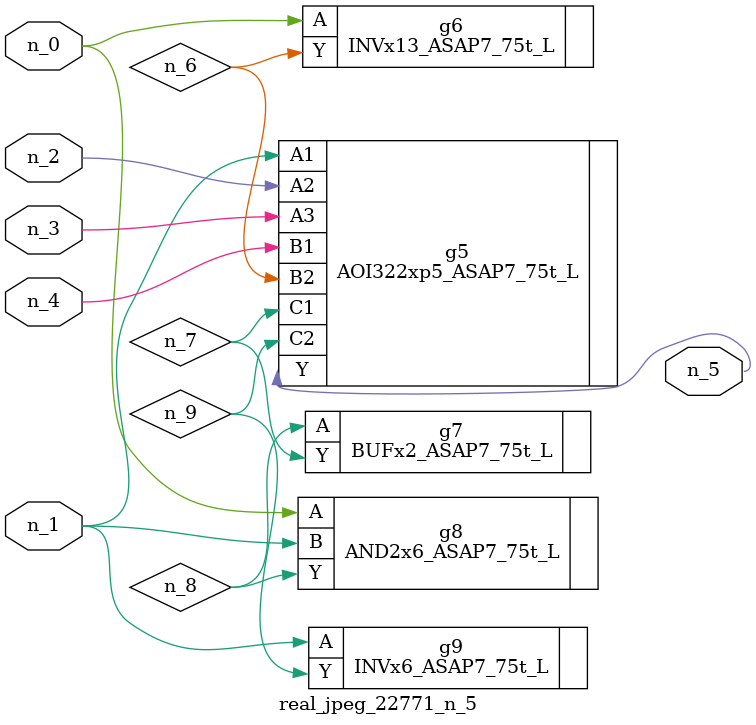
<source format=v>
module real_jpeg_22771_n_5 (n_4, n_0, n_1, n_2, n_3, n_5);

input n_4;
input n_0;
input n_1;
input n_2;
input n_3;

output n_5;

wire n_8;
wire n_6;
wire n_7;
wire n_9;

INVx13_ASAP7_75t_L g6 ( 
.A(n_0),
.Y(n_6)
);

AND2x6_ASAP7_75t_L g8 ( 
.A(n_0),
.B(n_1),
.Y(n_8)
);

AOI322xp5_ASAP7_75t_L g5 ( 
.A1(n_1),
.A2(n_2),
.A3(n_3),
.B1(n_4),
.B2(n_6),
.C1(n_7),
.C2(n_9),
.Y(n_5)
);

INVx6_ASAP7_75t_L g9 ( 
.A(n_1),
.Y(n_9)
);

BUFx2_ASAP7_75t_L g7 ( 
.A(n_8),
.Y(n_7)
);


endmodule
</source>
